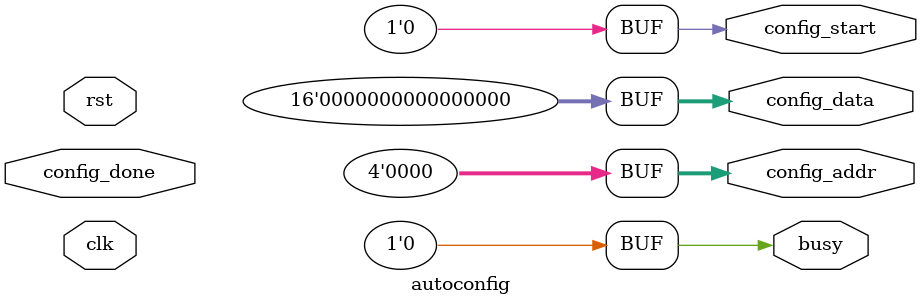
<source format=v>
`timescale 1ns/10ps

module autoconfig #(
    parameter INTERLEAVED = 0,
    parameter ENABLE      = 0
  ) (
    input         clk,
    input         rst,

    output        busy,
    output [15:0] config_data,
    output  [3:0] config_addr,
    output        config_start,
    input         config_done
  );

  localparam STATE_IDLE = 0;
  localparam STATE_BUSY = 1;
  localparam STATE_DONE = 2;
  localparam REG_COUNT  = 4'd9;

generate if (ENABLE) begin :AUTO_ENABLE_generate

  reg [1:0] config_state;

  reg [3:0] progress;

  always @(posedge clk) begin
    if (rst) begin
      config_state <= STATE_IDLE;
    end else begin
      case (config_state)
        STATE_IDLE: begin
          config_state <= STATE_BUSY;
        end
        STATE_BUSY: begin
          if (progress == REG_COUNT - 1 && config_done) begin
            config_state <= STATE_DONE;
          end
        end
        STATE_DONE: begin
        end
      endcase
    end
  end
  assign busy = config_state != STATE_DONE;

  reg config_start_reg;
  assign config_start = config_start_reg;
  reg waiting;

  always @(posedge clk) begin
    config_start_reg <= 1'b0;

    if (config_state == STATE_IDLE) begin
      waiting <= 0;
      progress     <= 4'b0;
    end else begin
      if (progress < 9) begin
        if (!waiting) begin
          config_start_reg <= 1'b1;
          waiting <= 1'b1;
        end
        if (config_done) begin
          waiting  <= 1'b0;
          progress <= progress + 1;
        end
      end
    end
  end

  assign config_data = progress == 0 ? 16'h7FFF :
                       progress == 1 ? 16'hBAFF :
                       progress == 2 ? 16'h007F :
                       progress == 3 ? 16'h807F :
                       progress == 4 ? (INTERLEAVED ? 16'h23FF : 16'h03FF ):
                       progress == 5 ? 16'h007F :
                       progress == 6 ? 16'h807F :
                       progress == 7 ? 16'h00FF :
                                       16'h007F;

  assign config_addr = progress == 0 ? 4'h0 : 
                       progress == 1 ? 4'h1 : 
                       progress == 2 ? 4'h2 : 
                       progress == 3 ? 4'h3 : 
                       progress == 4 ? 4'h9 : 
                       progress == 5 ? 4'ha : 
                       progress == 6 ? 4'hb : 
                       progress == 7 ? 4'he : 
                                       4'hf;

end else begin : AUTO_DISABLE_generate
    assign busy         = 0;
    assign config_data  = 0;
    assign config_addr  = 0;
    assign config_start = 0;
end endgenerate
endmodule

</source>
